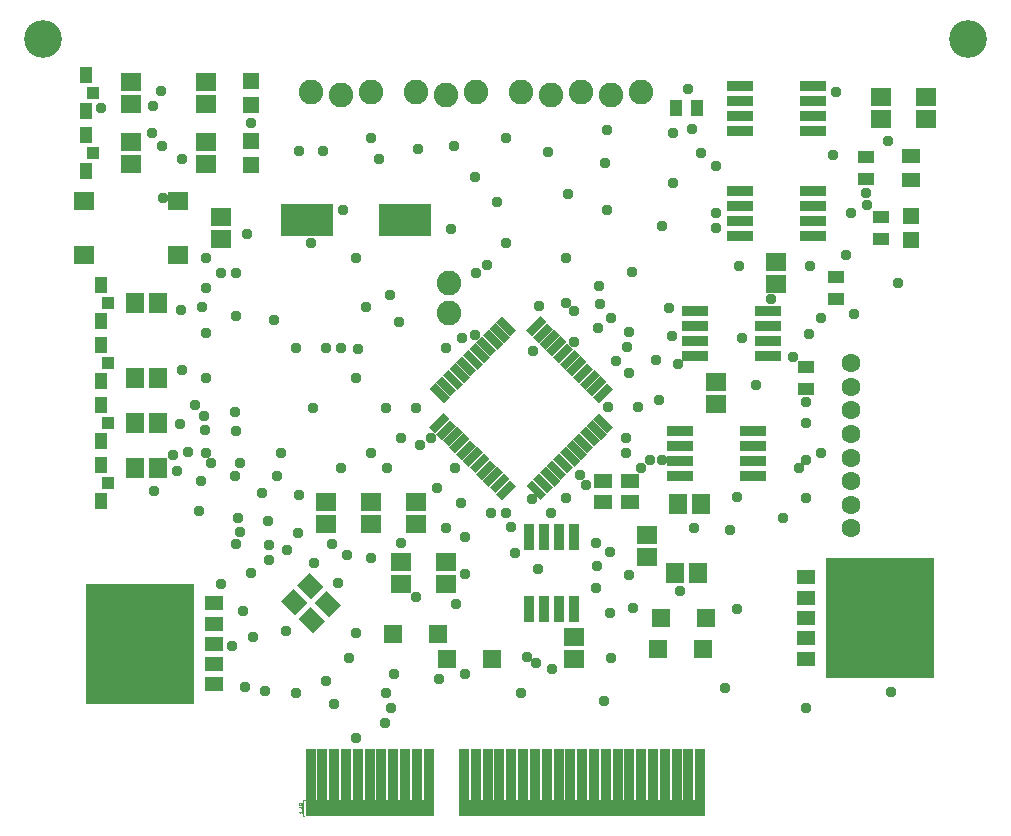
<source format=gbr>
G04 EAGLE Gerber RS-274X export*
G75*
%MOMM*%
%FSLAX34Y34*%
%LPD*%
%INSoldermask Top*%
%IPPOS*%
%AMOC8*
5,1,8,0,0,1.08239X$1,22.5*%
G01*
%ADD10R,1.003200X1.403200*%
%ADD11R,1.103200X1.103200*%
%ADD12R,1.503200X1.703200*%
%ADD13R,1.703200X1.503200*%
%ADD14R,4.503200X2.703200*%
%ADD15R,1.603200X1.603200*%
%ADD16C,2.082800*%
%ADD17R,0.903200X4.403200*%
%ADD18C,0.000000*%
%ADD19C,0.025400*%
%ADD20R,10.900000X1.400000*%
%ADD21R,20.900000X1.400000*%
%ADD22C,3.203200*%
%ADD23R,1.403200X1.403200*%
%ADD24R,1.753200X1.503200*%
%ADD25R,1.503200X1.303200*%
%ADD26R,1.703200X0.703200*%
%ADD27R,0.703200X1.703200*%
%ADD28R,1.573200X1.273200*%
%ADD29R,9.203200X10.203200*%
%ADD30R,0.863600X2.235200*%
%ADD31R,2.235200X0.863600*%
%ADD32R,1.403200X1.003200*%
%ADD33C,1.600200*%
%ADD34R,1.603200X1.303200*%
%ADD35C,0.959600*%


D10*
X-304800Y548400D03*
X-304800Y518400D03*
D11*
X-299300Y533400D03*
D10*
X-304800Y599200D03*
X-304800Y569200D03*
D11*
X-299300Y584200D03*
D12*
G36*
X-117302Y152595D02*
X-127931Y141966D01*
X-139974Y154009D01*
X-129345Y164638D01*
X-117302Y152595D01*
G37*
G36*
X-103866Y166031D02*
X-114495Y155402D01*
X-126538Y167445D01*
X-115909Y178074D01*
X-103866Y166031D01*
G37*
G36*
X-102570Y137355D02*
X-113199Y126726D01*
X-125242Y138769D01*
X-114613Y149398D01*
X-102570Y137355D01*
G37*
G36*
X-89134Y150791D02*
X-99763Y140162D01*
X-111806Y152205D01*
X-101177Y162834D01*
X-89134Y150791D01*
G37*
D13*
X-25400Y238100D03*
X-25400Y219100D03*
D12*
X215240Y236220D03*
X196240Y236220D03*
X212700Y177800D03*
X193700Y177800D03*
D14*
X-117954Y477012D03*
X-34954Y477012D03*
D15*
X-6908Y125984D03*
X-44908Y125984D03*
X304Y105156D03*
X38304Y105156D03*
D13*
X0Y187300D03*
X0Y168300D03*
D16*
X63500Y585470D03*
X88900Y582930D03*
X114300Y585470D03*
X139700Y582930D03*
X165100Y585470D03*
D17*
X15000Y7000D03*
X25000Y7000D03*
X35000Y7000D03*
X45000Y7000D03*
X55000Y7000D03*
X65000Y7000D03*
X75000Y7000D03*
X85000Y7000D03*
X95000Y7000D03*
X105000Y7000D03*
X115000Y7000D03*
X125000Y7000D03*
X135000Y7000D03*
X145000Y7000D03*
X155000Y7000D03*
X165000Y7000D03*
X175000Y7000D03*
X185000Y7000D03*
X195000Y7000D03*
X205000Y7000D03*
X215000Y7000D03*
X-115000Y7000D03*
X-105000Y7000D03*
X-95000Y7000D03*
X-85000Y7000D03*
X-75000Y7000D03*
X-65000Y7000D03*
X-55000Y7000D03*
X-45000Y7000D03*
X-35000Y7000D03*
X-25000Y7000D03*
X-15000Y7000D03*
D18*
X-120000Y-14000D02*
X-121000Y-14000D01*
X-121000Y-28000D02*
X-120500Y-28000D01*
X-121000Y-28000D02*
X-121000Y-14000D01*
D19*
X-124683Y-24337D02*
X-124062Y-25113D01*
X-124683Y-24337D02*
X-121889Y-24337D01*
X-121889Y-25113D02*
X-121889Y-23561D01*
X-121889Y-22494D02*
X-122044Y-22494D01*
X-122044Y-22339D01*
X-121889Y-22339D01*
X-121889Y-22494D01*
X-122510Y-21272D02*
X-124683Y-20651D01*
X-122510Y-21272D02*
X-122510Y-19720D01*
X-123131Y-20186D02*
X-121889Y-20186D01*
X-123286Y-18529D02*
X-123381Y-18527D01*
X-123476Y-18521D01*
X-123570Y-18511D01*
X-123664Y-18498D01*
X-123757Y-18480D01*
X-123850Y-18459D01*
X-123942Y-18434D01*
X-124032Y-18405D01*
X-124121Y-18372D01*
X-124209Y-18336D01*
X-124295Y-18296D01*
X-124337Y-18280D01*
X-124377Y-18261D01*
X-124415Y-18238D01*
X-124452Y-18213D01*
X-124487Y-18185D01*
X-124519Y-18155D01*
X-124549Y-18122D01*
X-124576Y-18087D01*
X-124601Y-18049D01*
X-124622Y-18010D01*
X-124640Y-17970D01*
X-124656Y-17928D01*
X-124668Y-17885D01*
X-124676Y-17842D01*
X-124681Y-17797D01*
X-124683Y-17753D01*
X-124681Y-17709D01*
X-124676Y-17664D01*
X-124668Y-17621D01*
X-124656Y-17578D01*
X-124640Y-17536D01*
X-124622Y-17496D01*
X-124601Y-17457D01*
X-124576Y-17419D01*
X-124549Y-17384D01*
X-124519Y-17351D01*
X-124487Y-17321D01*
X-124452Y-17293D01*
X-124415Y-17268D01*
X-124377Y-17245D01*
X-124337Y-17226D01*
X-124295Y-17210D01*
X-124209Y-17170D01*
X-124121Y-17134D01*
X-124032Y-17101D01*
X-123941Y-17072D01*
X-123850Y-17047D01*
X-123757Y-17026D01*
X-123664Y-17008D01*
X-123570Y-16995D01*
X-123476Y-16985D01*
X-123381Y-16979D01*
X-123286Y-16977D01*
X-123286Y-18529D02*
X-123191Y-18527D01*
X-123096Y-18521D01*
X-123002Y-18511D01*
X-122908Y-18498D01*
X-122815Y-18480D01*
X-122722Y-18459D01*
X-122631Y-18434D01*
X-122540Y-18405D01*
X-122451Y-18372D01*
X-122363Y-18336D01*
X-122277Y-18296D01*
X-122235Y-18280D01*
X-122195Y-18261D01*
X-122157Y-18238D01*
X-122120Y-18213D01*
X-122085Y-18185D01*
X-122053Y-18155D01*
X-122023Y-18122D01*
X-121996Y-18087D01*
X-121971Y-18049D01*
X-121950Y-18010D01*
X-121932Y-17970D01*
X-121916Y-17928D01*
X-121904Y-17885D01*
X-121896Y-17842D01*
X-121891Y-17797D01*
X-121889Y-17753D01*
X-122277Y-17209D02*
X-122363Y-17169D01*
X-122451Y-17133D01*
X-122540Y-17100D01*
X-122630Y-17071D01*
X-122722Y-17046D01*
X-122815Y-17025D01*
X-122908Y-17007D01*
X-123002Y-16994D01*
X-123096Y-16984D01*
X-123191Y-16978D01*
X-123286Y-16976D01*
X-122277Y-17210D02*
X-122235Y-17226D01*
X-122195Y-17245D01*
X-122157Y-17268D01*
X-122120Y-17293D01*
X-122085Y-17321D01*
X-122053Y-17351D01*
X-122023Y-17384D01*
X-121996Y-17419D01*
X-121971Y-17457D01*
X-121950Y-17496D01*
X-121932Y-17536D01*
X-121916Y-17578D01*
X-121904Y-17621D01*
X-121896Y-17664D01*
X-121891Y-17709D01*
X-121889Y-17753D01*
X-122510Y-18374D02*
X-124062Y-17132D01*
D20*
X-65000Y-21000D03*
D21*
X115000Y-21000D03*
D22*
X-341500Y630000D03*
X441500Y630000D03*
D16*
X-25400Y585470D03*
X0Y582930D03*
X25400Y585470D03*
X-114300Y585470D03*
X-88900Y582930D03*
X-63500Y585470D03*
D10*
X-292100Y269000D03*
X-292100Y239000D03*
D11*
X-286600Y254000D03*
D10*
X-292100Y319800D03*
X-292100Y289800D03*
D11*
X-286600Y304800D03*
D10*
X-292100Y370600D03*
X-292100Y340600D03*
D11*
X-286600Y355600D03*
D10*
X-292100Y421400D03*
X-292100Y391400D03*
D11*
X-286600Y406400D03*
D13*
X-190500Y460400D03*
X-190500Y479400D03*
X-38100Y187300D03*
X-38100Y168300D03*
X107950Y104800D03*
X107950Y123800D03*
X170180Y191160D03*
X170180Y210160D03*
D12*
X-244500Y266700D03*
X-263500Y266700D03*
X-244500Y304800D03*
X-263500Y304800D03*
X-244500Y342900D03*
X-263500Y342900D03*
D13*
X-63500Y238100D03*
X-63500Y219100D03*
D12*
X-244500Y406400D03*
X-263500Y406400D03*
D13*
X-203200Y593700D03*
X-203200Y574700D03*
X-203200Y523900D03*
X-203200Y542900D03*
X-266700Y574700D03*
X-266700Y593700D03*
X-266700Y523900D03*
X-266700Y542900D03*
X-101600Y238100D03*
X-101600Y219100D03*
D23*
X-165100Y573700D03*
X-165100Y594700D03*
D24*
X-306450Y447400D03*
X-226950Y447400D03*
X-306450Y492400D03*
X-226950Y492400D03*
D23*
X-165100Y543900D03*
X-165100Y522900D03*
D25*
X132233Y238068D03*
X155233Y238068D03*
X155233Y256068D03*
X132233Y256068D03*
D26*
G36*
X54307Y378289D02*
X42265Y390331D01*
X47237Y395303D01*
X59279Y383261D01*
X54307Y378289D01*
G37*
G36*
X48650Y372633D02*
X36608Y384675D01*
X41580Y389647D01*
X53622Y377605D01*
X48650Y372633D01*
G37*
G36*
X42993Y366976D02*
X30951Y379018D01*
X35923Y383990D01*
X47965Y371948D01*
X42993Y366976D01*
G37*
G36*
X37337Y361319D02*
X25295Y373361D01*
X30267Y378333D01*
X42309Y366291D01*
X37337Y361319D01*
G37*
G36*
X31680Y355662D02*
X19638Y367704D01*
X24610Y372676D01*
X36652Y360634D01*
X31680Y355662D01*
G37*
G36*
X26023Y350005D02*
X13981Y362047D01*
X18953Y367019D01*
X30995Y354977D01*
X26023Y350005D01*
G37*
G36*
X20366Y344348D02*
X8324Y356390D01*
X13296Y361362D01*
X25338Y349320D01*
X20366Y344348D01*
G37*
G36*
X14709Y338691D02*
X2667Y350733D01*
X7639Y355705D01*
X19681Y343663D01*
X14709Y338691D01*
G37*
G36*
X9052Y333035D02*
X-2990Y345077D01*
X1982Y350049D01*
X14024Y338007D01*
X9052Y333035D01*
G37*
G36*
X3395Y327378D02*
X-8647Y339420D01*
X-3675Y344392D01*
X8367Y332350D01*
X3395Y327378D01*
G37*
G36*
X-2261Y321721D02*
X-14303Y333763D01*
X-9331Y338735D01*
X2711Y326693D01*
X-2261Y321721D01*
G37*
D27*
G36*
X-9331Y296265D02*
X-14303Y301237D01*
X-2261Y313279D01*
X2711Y308307D01*
X-9331Y296265D01*
G37*
G36*
X-3675Y290608D02*
X-8647Y295580D01*
X3395Y307622D01*
X8367Y302650D01*
X-3675Y290608D01*
G37*
G36*
X1982Y284951D02*
X-2990Y289923D01*
X9052Y301965D01*
X14024Y296993D01*
X1982Y284951D01*
G37*
G36*
X7639Y279295D02*
X2667Y284267D01*
X14709Y296309D01*
X19681Y291337D01*
X7639Y279295D01*
G37*
G36*
X13296Y273638D02*
X8324Y278610D01*
X20366Y290652D01*
X25338Y285680D01*
X13296Y273638D01*
G37*
G36*
X18953Y267981D02*
X13981Y272953D01*
X26023Y284995D01*
X30995Y280023D01*
X18953Y267981D01*
G37*
G36*
X24610Y262324D02*
X19638Y267296D01*
X31680Y279338D01*
X36652Y274366D01*
X24610Y262324D01*
G37*
G36*
X30267Y256667D02*
X25295Y261639D01*
X37337Y273681D01*
X42309Y268709D01*
X30267Y256667D01*
G37*
G36*
X35923Y251010D02*
X30951Y255982D01*
X42993Y268024D01*
X47965Y263052D01*
X35923Y251010D01*
G37*
G36*
X41580Y245353D02*
X36608Y250325D01*
X48650Y262367D01*
X53622Y257395D01*
X41580Y245353D01*
G37*
G36*
X47237Y239697D02*
X42265Y244669D01*
X54307Y256711D01*
X59279Y251739D01*
X47237Y239697D01*
G37*
D26*
G36*
X79763Y239697D02*
X67721Y251739D01*
X72693Y256711D01*
X84735Y244669D01*
X79763Y239697D01*
G37*
G36*
X85420Y245353D02*
X73378Y257395D01*
X78350Y262367D01*
X90392Y250325D01*
X85420Y245353D01*
G37*
G36*
X91077Y251010D02*
X79035Y263052D01*
X84007Y268024D01*
X96049Y255982D01*
X91077Y251010D01*
G37*
G36*
X96733Y256667D02*
X84691Y268709D01*
X89663Y273681D01*
X101705Y261639D01*
X96733Y256667D01*
G37*
G36*
X102390Y262324D02*
X90348Y274366D01*
X95320Y279338D01*
X107362Y267296D01*
X102390Y262324D01*
G37*
G36*
X108047Y267981D02*
X96005Y280023D01*
X100977Y284995D01*
X113019Y272953D01*
X108047Y267981D01*
G37*
G36*
X113704Y273638D02*
X101662Y285680D01*
X106634Y290652D01*
X118676Y278610D01*
X113704Y273638D01*
G37*
G36*
X119361Y279295D02*
X107319Y291337D01*
X112291Y296309D01*
X124333Y284267D01*
X119361Y279295D01*
G37*
G36*
X125018Y284951D02*
X112976Y296993D01*
X117948Y301965D01*
X129990Y289923D01*
X125018Y284951D01*
G37*
G36*
X130675Y290608D02*
X118633Y302650D01*
X123605Y307622D01*
X135647Y295580D01*
X130675Y290608D01*
G37*
G36*
X136331Y296265D02*
X124289Y308307D01*
X129261Y313279D01*
X141303Y301237D01*
X136331Y296265D01*
G37*
D27*
G36*
X129261Y321721D02*
X124289Y326693D01*
X136331Y338735D01*
X141303Y333763D01*
X129261Y321721D01*
G37*
G36*
X123605Y327378D02*
X118633Y332350D01*
X130675Y344392D01*
X135647Y339420D01*
X123605Y327378D01*
G37*
G36*
X117948Y333035D02*
X112976Y338007D01*
X125018Y350049D01*
X129990Y345077D01*
X117948Y333035D01*
G37*
G36*
X112291Y338691D02*
X107319Y343663D01*
X119361Y355705D01*
X124333Y350733D01*
X112291Y338691D01*
G37*
G36*
X106634Y344348D02*
X101662Y349320D01*
X113704Y361362D01*
X118676Y356390D01*
X106634Y344348D01*
G37*
G36*
X100977Y350005D02*
X96005Y354977D01*
X108047Y367019D01*
X113019Y362047D01*
X100977Y350005D01*
G37*
G36*
X95320Y355662D02*
X90348Y360634D01*
X102390Y372676D01*
X107362Y367704D01*
X95320Y355662D01*
G37*
G36*
X89663Y361319D02*
X84691Y366291D01*
X96733Y378333D01*
X101705Y373361D01*
X89663Y361319D01*
G37*
G36*
X84007Y366976D02*
X79035Y371948D01*
X91077Y383990D01*
X96049Y379018D01*
X84007Y366976D01*
G37*
G36*
X78350Y372633D02*
X73378Y377605D01*
X85420Y389647D01*
X90392Y384675D01*
X78350Y372633D01*
G37*
G36*
X72693Y378289D02*
X67721Y383261D01*
X79763Y395303D01*
X84735Y390331D01*
X72693Y378289D01*
G37*
D28*
X-197104Y83456D03*
X-197104Y100656D03*
X-197104Y117856D03*
X-197104Y135056D03*
X-197104Y152256D03*
D29*
X-259644Y117856D03*
D30*
X107950Y208534D03*
X107950Y147066D03*
X95250Y208534D03*
X82550Y208534D03*
X95250Y147066D03*
X82550Y147066D03*
X69850Y208534D03*
X69850Y147066D03*
D31*
X210566Y400050D03*
X272034Y400050D03*
X210566Y387350D03*
X210566Y374650D03*
X272034Y387350D03*
X272034Y374650D03*
X210566Y361950D03*
X272034Y361950D03*
D32*
X330200Y410100D03*
X330200Y428100D03*
D13*
X228600Y320700D03*
X228600Y339700D03*
D31*
X197866Y298450D03*
X259334Y298450D03*
X197866Y285750D03*
X197866Y273050D03*
X259334Y285750D03*
X259334Y273050D03*
X197866Y260350D03*
X259334Y260350D03*
D32*
X304800Y333900D03*
X304800Y351900D03*
D13*
X406400Y581000D03*
X406400Y562000D03*
D31*
X248666Y501650D03*
X310134Y501650D03*
X248666Y488950D03*
X248666Y476250D03*
X310134Y488950D03*
X310134Y476250D03*
X248666Y463550D03*
X310134Y463550D03*
D32*
X368300Y460900D03*
X368300Y478900D03*
D13*
X279400Y422300D03*
X279400Y441300D03*
D31*
X310134Y552450D03*
X248666Y552450D03*
X310134Y565150D03*
X310134Y577850D03*
X248666Y565150D03*
X248666Y577850D03*
X310134Y590550D03*
X248666Y590550D03*
D10*
X212200Y571500D03*
X194200Y571500D03*
D13*
X368300Y581000D03*
X368300Y562000D03*
D33*
X342900Y355600D03*
X342900Y335534D03*
X342900Y315722D03*
X342900Y295656D03*
X342900Y275590D03*
X342900Y255524D03*
X342900Y235712D03*
X342900Y215646D03*
D28*
X304800Y174100D03*
X304800Y156900D03*
X304800Y139700D03*
X304800Y122500D03*
X304800Y105300D03*
D29*
X367340Y139700D03*
D32*
X355600Y511700D03*
X355600Y529700D03*
D34*
X393700Y510700D03*
X393700Y530700D03*
D23*
X393700Y459400D03*
X393700Y480400D03*
D15*
X219660Y139700D03*
X181660Y139700D03*
X217628Y113284D03*
X179628Y113284D03*
D16*
X2540Y398272D03*
X2540Y423672D03*
D35*
X-179324Y260096D03*
X192024Y508000D03*
X245872Y242316D03*
X-241300Y585724D03*
X-240792Y539496D03*
X-205232Y310388D03*
X-207264Y402844D03*
X72136Y240792D03*
X73660Y365760D03*
X-82296Y106172D03*
X-297688Y162052D03*
X-286512Y162052D03*
X250444Y376428D03*
X274828Y409448D03*
X293116Y360680D03*
X334264Y166624D03*
X197612Y162560D03*
X157988Y148336D03*
X139192Y105664D03*
X89408Y96520D03*
X15748Y91948D03*
X-44704Y91948D03*
X-153924Y78232D03*
X-170180Y81280D03*
X-218440Y279908D03*
X-231140Y277368D03*
X-225552Y303784D03*
X-223520Y349504D03*
X-212852Y320040D03*
X-204724Y298704D03*
X-224536Y400304D03*
X-178308Y395732D03*
X-224028Y528320D03*
X-249428Y550164D03*
X-248412Y573024D03*
X-146304Y392176D03*
X-68072Y403352D03*
X-112776Y317500D03*
X8128Y151892D03*
X15748Y176784D03*
X54356Y216408D03*
X77216Y180848D03*
X127508Y183388D03*
X137160Y318516D03*
X-40132Y390144D03*
X24384Y379476D03*
X-96520Y202692D03*
X-273812Y160528D03*
X-261620Y160528D03*
X-231140Y161036D03*
X-221996Y159512D03*
X-296164Y147828D03*
X-283972Y147828D03*
X-271780Y148336D03*
X-259080Y146304D03*
X-244856Y145796D03*
X-233172Y146304D03*
X362712Y179832D03*
X365252Y162052D03*
X347980Y180340D03*
X373380Y178816D03*
X335280Y179832D03*
X344932Y165608D03*
X371348Y169164D03*
X385064Y178308D03*
X400304Y179832D03*
X377444Y161544D03*
X393700Y160528D03*
X399288Y149352D03*
X383032Y147828D03*
X365760Y147320D03*
X345948Y151892D03*
X375412Y117856D03*
X330708Y152908D03*
X344424Y136652D03*
X330708Y136144D03*
X344932Y122936D03*
X332232Y122428D03*
X331216Y108204D03*
X344932Y108712D03*
X337820Y96012D03*
X365760Y128016D03*
X364236Y109220D03*
X366776Y96012D03*
X394208Y131064D03*
X379984Y129032D03*
X388620Y119380D03*
X382524Y108204D03*
X399288Y111252D03*
X384048Y96012D03*
X399288Y96520D03*
X-297180Y134112D03*
X-280416Y131572D03*
X-268732Y132080D03*
X-252984Y131064D03*
X-242316Y131064D03*
X-229108Y130048D03*
X-289560Y121412D03*
X-280416Y111252D03*
X-298196Y111252D03*
X-260096Y116840D03*
X-240284Y119888D03*
X-219456Y145796D03*
X-223012Y115824D03*
X-237236Y108712D03*
X-262128Y104648D03*
X-250952Y104648D03*
X-224028Y96520D03*
X-221996Y80772D03*
X-236220Y90932D03*
X-296672Y92964D03*
X-283464Y93472D03*
X-268224Y91948D03*
X-250952Y91440D03*
X-245364Y78232D03*
X-265684Y75692D03*
X-280416Y75184D03*
X-292608Y75184D03*
X12700Y237236D03*
X-7620Y249428D03*
X-47752Y413004D03*
X13208Y376936D03*
X43180Y491744D03*
X86360Y533908D03*
X134620Y525272D03*
X182372Y471424D03*
X136144Y485140D03*
X103124Y498348D03*
X24384Y513080D03*
X188468Y401828D03*
X157480Y432816D03*
X192024Y550164D03*
X177292Y358140D03*
X180340Y324612D03*
X162052Y318516D03*
X239776Y214376D03*
X235712Y80772D03*
X284988Y224028D03*
X376428Y76708D03*
X-190500Y168148D03*
X-209804Y230124D03*
X-143764Y259588D03*
X-83820Y193040D03*
X-102108Y86360D03*
X-6604Y87884D03*
X4064Y469392D03*
X135636Y553212D03*
X204216Y587248D03*
X228600Y522224D03*
X327152Y531876D03*
X373888Y543560D03*
X382524Y423672D03*
X338328Y447040D03*
X307848Y437388D03*
X345440Y397256D03*
X262128Y337312D03*
X-181356Y116332D03*
X-91440Y169672D03*
X-74676Y367792D03*
X-38100Y292100D03*
X112954Y260782D03*
X-135636Y128524D03*
X7620Y266700D03*
X108311Y373625D03*
X-190500Y431800D03*
X-176276Y224536D03*
X-151384Y221996D03*
X-63500Y190500D03*
X0Y215900D03*
X-38100Y203200D03*
X50800Y546100D03*
X6350Y539750D03*
X-23876Y536956D03*
X-104168Y534924D03*
X-169164Y465074D03*
X-124460Y534924D03*
X133350Y69624D03*
X0Y368300D03*
X101600Y406400D03*
X129540Y420624D03*
X108204Y399796D03*
X130048Y405892D03*
X-203200Y342900D03*
X-76200Y342900D03*
X-50800Y317500D03*
X-203200Y419100D03*
X-101600Y368300D03*
X-22676Y285976D03*
X-240006Y495300D03*
X-203200Y444500D03*
X-177800Y431800D03*
X-88900Y368300D03*
X-25400Y317500D03*
X-203200Y381000D03*
X-127000Y368300D03*
X-12700Y292100D03*
X-203200Y279400D03*
X-139700Y279400D03*
X50800Y457200D03*
X-63776Y279676D03*
X-76200Y444500D03*
X25400Y431800D03*
X101600Y444500D03*
X-114300Y457200D03*
X-228092Y264160D03*
X-155730Y245576D03*
X-124714Y243586D03*
X78232Y403860D03*
X152400Y292100D03*
X-165100Y558800D03*
X-63500Y546100D03*
X152400Y279400D03*
X117856Y252476D03*
X-57178Y528348D03*
X34544Y438404D03*
X-88900Y266700D03*
X-50524Y266424D03*
X-292100Y571500D03*
X-165100Y177800D03*
X88900Y228600D03*
X-127000Y76200D03*
X138225Y195375D03*
X127000Y165100D03*
X-25908Y157226D03*
X-247650Y247650D03*
X-111760Y186436D03*
X-150368Y188468D03*
X-134620Y197104D03*
X-207772Y255524D03*
X-199012Y270736D03*
X-174752Y271272D03*
X-87884Y485140D03*
X-172212Y145796D03*
X-163576Y123444D03*
X-76200Y38100D03*
X-76200Y127000D03*
X-178308Y202184D03*
X-150368Y201168D03*
X76200Y101600D03*
X-51576Y50800D03*
X68072Y106786D03*
X-47244Y63500D03*
X63500Y76200D03*
X-50800Y76200D03*
X-95504Y66548D03*
X304800Y241300D03*
X138684Y144230D03*
X154522Y176276D03*
X50800Y228600D03*
X101600Y241300D03*
X15748Y208280D03*
X38100Y228600D03*
X165100Y266700D03*
X58420Y195072D03*
X127000Y203200D03*
X-174470Y212344D03*
X-125777Y211582D03*
X307340Y379984D03*
X317500Y393700D03*
X172720Y273812D03*
X152880Y368808D03*
X304800Y304800D03*
X304800Y322298D03*
X154912Y382041D03*
X143472Y357416D03*
X128016Y385572D03*
X317500Y279400D03*
X342900Y482600D03*
X154940Y346964D03*
X228600Y482600D03*
X330200Y584751D03*
X139700Y393700D03*
X298450Y266700D03*
X208075Y553925D03*
X304876Y273126D03*
X215900Y533400D03*
X356108Y489712D03*
X304800Y63500D03*
X355600Y499364D03*
X196400Y355150D03*
X190754Y378206D03*
X182344Y273558D03*
X209550Y215900D03*
X228600Y469900D03*
X247650Y438150D03*
X245908Y147164D03*
X-179324Y313944D03*
X-178308Y298196D03*
M02*

</source>
